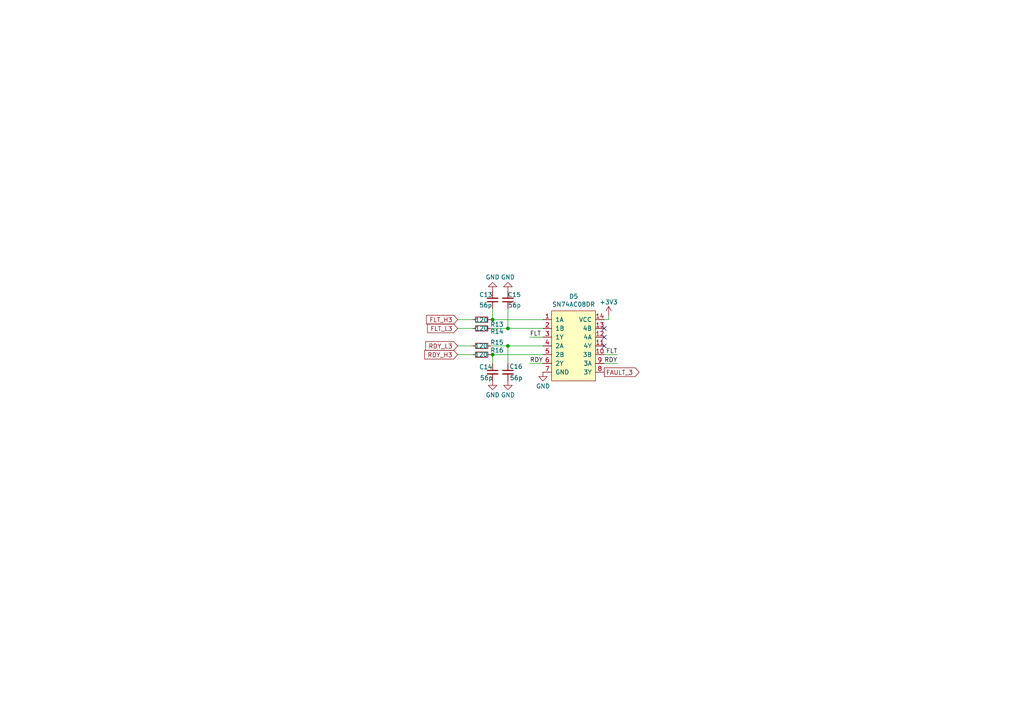
<source format=kicad_sch>
(kicad_sch (version 20211123) (generator eeschema)
  (paper "A4")
  (lib_symbols
    (symbol "Device:C_Small" (pin_numbers hide) (pin_names (offset 0.254) hide)
      (property "Reference" "C" (at 0.254 1.778 0))
      (property "Value" "C_Small" (at 0.254 -2.032 0))
      (symbol "C_Small_0_1"
        (polyline (pts (xy -1.524 -0.508) (xy 1.524 -0.508)) (stroke (width 0.3302)))
        (polyline (pts (xy -1.524 0.508) (xy 1.524 0.508)) (stroke (width 0.3048)))
      )
      (symbol "C_Small_1_1"
        (pin passive line (at 0 2.54 270) (length 2.032) (name "~") (number "1"))
        (pin passive line (at 0 -2.54 90) (length 2.032) (name "~") (number "2"))
      )
    )
    (symbol "Device:R_Small" (pin_numbers hide) (pin_names (offset 0.254) hide)
      (property "Reference" "R" (at 0.762 0.508 0))
      (property "Value" "R_Small" (at 0.762 -1.016 0))
      (symbol "R_Small_0_1"
        (rectangle (start -0.762 1.778) (end 0.762 -1.778) (stroke (width 0.2032)))
      )
      (symbol "R_Small_1_1"
        (pin passive line (at 0 2.54 270) (length 0.762) (name "~") (number "1"))
        (pin passive line (at 0 -2.54 90) (length 0.762) (name "~") (number "2"))
      )
    )
    (symbol "Logic:SN74AC08DR" (pin_names (offset 1.016))
      (property "Reference" "D" (at 0 0 0))
      (property "Value" "Logic_SN74AC08DR" (at 0 -2.54 0))
      (symbol "SN74AC08DR_0_1"
        (rectangle (start -6.35 -3.81) (end 6.35 -24.13) (fill (type background)))
      )
      (symbol "SN74AC08DR_1_1"
        (pin input line (at -8.89 -6.35 0) (length 2.54) (name "1A") (number "1"))
        (pin input line (at 8.89 -16.51 180) (length 2.54) (name "3B") (number "10"))
        (pin output line (at 8.89 -13.97 180) (length 2.54) (name "4Y") (number "11"))
        (pin input line (at 8.89 -11.43 180) (length 2.54) (name "4A") (number "12"))
        (pin input line (at 8.89 -8.89 180) (length 2.54) (name "4B") (number "13"))
        (pin input line (at 8.89 -6.35 180) (length 2.54) (name "VCC") (number "14"))
        (pin input line (at -8.89 -8.89 0) (length 2.54) (name "1B") (number "2"))
        (pin output line (at -8.89 -11.43 0) (length 2.54) (name "1Y") (number "3"))
        (pin input line (at -8.89 -13.97 0) (length 2.54) (name "2A") (number "4"))
        (pin input line (at -8.89 -16.51 0) (length 2.54) (name "2B") (number "5"))
        (pin output line (at -8.89 -19.05 0) (length 2.54) (name "2Y") (number "6"))
        (pin input line (at -8.89 -21.59 0) (length 2.54) (name "GND") (number "7"))
        (pin output line (at 8.89 -21.59 180) (length 2.54) (name "3Y") (number "8"))
        (pin input line (at 8.89 -19.05 180) (length 2.54) (name "3A") (number "9"))
      )
    )
    (symbol "power:+3.3V" (power) (pin_names (offset 0))
      (property "Value" "+3.3V" (at 0 3.556 0))
      (symbol "+3.3V_0_1"
        (polyline (pts (xy -0.762 1.27) (xy 0 2.54)))
        (polyline (pts (xy 0 0) (xy 0 2.54)))
        (polyline (pts (xy 0 2.54) (xy 0.762 1.27)))
      )
      (symbol "+3.3V_1_1"
        (pin power_in line (at 0 0 90) (length 0) hide (name "+3V3") (number "1"))
      )
    )
    (symbol "power:GND" (power) (pin_names (offset 0))
      (property "Value" "GND" (at 0 -3.81 0))
      (symbol "GND_0_1"
        (polyline (pts (xy 0 0) (xy 0 -1.27) (xy 1.27 -1.27) (xy 0 -2.54) (xy -1.27 -1.27) (xy 0 -1.27)))
      )
      (symbol "GND_1_1"
        (pin power_in line (at 0 0 270) (length 0) hide (name "GND") (number "1"))
      )
    )
  )
  (junction (at 142.875 92.71))
  (junction (at 147.32 95.25))
  (junction (at 142.875 102.87))
  (junction (at 147.32 100.33))
  (no_connect (at 175.26 97.79))
  (no_connect (at 175.26 95.25))
  (no_connect (at 175.26 100.33))
  (wire (pts (xy 147.32 89.535) (xy 147.32 95.25)))
  (wire (pts (xy 132.715 92.71) (xy 137.16 92.71)))
  (wire (pts (xy 175.26 105.41) (xy 179.07 105.41)))
  (wire (pts (xy 142.875 102.87) (xy 142.875 105.41)))
  (wire (pts (xy 132.715 95.25) (xy 137.16 95.25)))
  (wire (pts (xy 175.26 92.71) (xy 176.53 92.71)))
  (wire (pts (xy 142.875 89.535) (xy 142.875 92.71)))
  (wire (pts (xy 175.26 102.87) (xy 179.07 102.87)))
  (wire (pts (xy 153.67 105.41) (xy 157.48 105.41)))
  (wire (pts (xy 153.67 97.79) (xy 157.48 97.79)))
  (wire (pts (xy 132.715 100.33) (xy 137.16 100.33)))
  (wire (pts (xy 142.24 102.87) (xy 142.875 102.87)))
  (wire (pts (xy 147.32 100.33) (xy 157.48 100.33)))
  (wire (pts (xy 132.715 102.87) (xy 137.16 102.87)))
  (wire (pts (xy 142.24 95.25) (xy 147.32 95.25)))
  (wire (pts (xy 176.53 92.71) (xy 176.53 91.44)))
  (wire (pts (xy 142.875 92.71) (xy 157.48 92.71)))
  (wire (pts (xy 147.32 100.33) (xy 147.32 105.41)))
  (wire (pts (xy 142.24 100.33) (xy 147.32 100.33)))
  (wire (pts (xy 147.32 95.25) (xy 157.48 95.25)))
  (wire (pts (xy 142.875 102.87) (xy 157.48 102.87)))
  (wire (pts (xy 142.24 92.71) (xy 142.875 92.71)))
  (label "FLT" (at 153.67 97.79 0))
  (label "FLT" (at 179.07 102.87 180))
  (label "RDY" (at 179.07 105.41 180))
  (label "RDY" (at 153.67 105.41 0))
  (global_label "FLT_H3" (shape input) (at 132.715 92.71 180) (property "Intersheet References" "${INTERSHEET_REFS}" (effects hide)))
  (global_label "FLT_L3" (shape input) (at 132.715 95.25 180) (property "Intersheet References" "${INTERSHEET_REFS}" (effects hide)))
  (global_label "RDY_L3" (shape input) (at 132.715 100.33 180) (property "Intersheet References" "${INTERSHEET_REFS}" (effects hide)))
  (global_label "RDY_H3" (shape input) (at 132.715 102.87 180) (property "Intersheet References" "${INTERSHEET_REFS}" (effects hide)))
  (global_label "FAULT_3" (shape output) (at 175.26 107.95 0) (property "Intersheet References" "${INTERSHEET_REFS}" (effects hide)))
  (symbol (lib_id "power:GND") (at 147.32 84.455 180) (unit 1)
    (property "Reference" "#PWR032" (effects hide))
    (property "Value" "GND" (at 149.352 80.391 0) (effects (justify left)))
  )
  (symbol (lib_id "Device:R_Small") (at 139.7 95.25 270) (unit 1)
    (property "Reference" "R14" (at 144.145 96.139 90))
    (property "Value" "120" (at 139.7 95.25 90))
    (property "Footprint" "Resistor_SMD:R_0805_2012Metric_Pad1.20x1.40mm_HandSolder" (effects hide))
  )
  (symbol (lib_id "Device:R_Small") (at 139.7 100.33 270) (unit 1)
    (property "Reference" "R15" (at 144.145 99.314 90))
    (property "Value" "120" (at 139.573 100.33 90))
    (property "Footprint" "Resistor_SMD:R_0805_2012Metric_Pad1.20x1.40mm_HandSolder" (effects hide))
  )
  (symbol (lib_id "Device:R_Small") (at 139.7 92.71 270) (unit 1)
    (property "Reference" "R13" (at 144.145 94.107 90))
    (property "Value" "120" (at 139.7 92.837 90))
    (property "Footprint" "Resistor_SMD:R_0805_2012Metric_Pad1.20x1.40mm_HandSolder" (effects hide))
  )
  (symbol (lib_id "Device:C_Small") (at 142.875 86.995 180) (unit 1)
    (property "Reference" "C13" (at 142.875 85.471 0) (effects (justify left)))
    (property "Value" "56p" (at 142.748 88.519 0) (effects (justify left)))
    (property "Footprint" "Capacitor_SMD:C_0805_2012Metric_Pad1.18x1.45mm_HandSolder" (effects hide))
  )
  (symbol (lib_id "power:GND") (at 157.48 107.95 0) (unit 1)
    (property "Reference" "#PWR034" (effects hide))
    (property "Value" "GND" (at 155.448 112.014 0) (effects (justify left)))
  )
  (symbol (lib_id "Device:R_Small") (at 139.7 102.87 270) (unit 1)
    (property "Reference" "R16" (at 144.145 101.6 90))
    (property "Value" "120" (at 139.573 102.87 90))
    (property "Footprint" "Resistor_SMD:R_0805_2012Metric_Pad1.20x1.40mm_HandSolder" (effects hide))
  )
  (symbol (lib_id "Device:C_Small") (at 147.32 107.95 0) (unit 1)
    (property "Reference" "C16" (at 147.701 106.299 0) (effects (justify left)))
    (property "Value" "56p" (at 147.828 109.601 0) (effects (justify left)))
    (property "Footprint" "Capacitor_SMD:C_0805_2012Metric_Pad1.18x1.45mm_HandSolder" (effects hide))
  )
  (symbol (lib_id "Logic:SN74AC08DR") (at 166.37 86.36 0) (unit 1)
    (property "Reference" "D5" (at 166.37 85.979 0))
    (property "Value" "SN74AC08DR" (at 166.37 88.2904 0))
    (property "Footprint" "Package_SO:SOIC-14_3.9x8.7mm_P1.27mm" (effects hide))
  )
  (symbol (lib_id "Device:C_Small") (at 142.875 107.95 0) (unit 1)
    (property "Reference" "C14" (at 138.938 106.426 0) (effects (justify left)))
    (property "Value" "56p" (at 139.192 109.601 0) (effects (justify left)))
    (property "Footprint" "Capacitor_SMD:C_0805_2012Metric_Pad1.18x1.45mm_HandSolder" (effects hide))
  )
  (symbol (lib_id "Device:C_Small") (at 147.32 86.995 180) (unit 1)
    (property "Reference" "C15" (at 151.13 85.471 0) (effects (justify left)))
    (property "Value" "56p" (at 151.13 88.519 0) (effects (justify left)))
    (property "Footprint" "Capacitor_SMD:C_0805_2012Metric_Pad1.18x1.45mm_HandSolder" (effects hide))
  )
  (symbol (lib_id "power:+3.3V") (at 176.53 91.44 0) (unit 1)
    (property "Reference" "#PWR035" (effects hide))
    (property "Value" "+3.3V" (at 176.53 87.63 0))
  )
  (symbol (lib_id "power:GND") (at 147.32 110.49 0) (unit 1)
    (property "Reference" "#PWR033" (effects hide))
    (property "Value" "GND" (at 145.288 114.554 0) (effects (justify left)))
  )
  (symbol (lib_id "power:GND") (at 142.875 84.455 180) (unit 1)
    (property "Reference" "#PWR030" (effects hide))
    (property "Value" "GND" (at 144.907 80.391 0) (effects (justify left)))
  )
  (symbol (lib_id "power:GND") (at 142.875 110.49 0) (unit 1)
    (property "Reference" "#PWR031" (effects hide))
    (property "Value" "GND" (at 140.843 114.554 0) (effects (justify left)))
  )
)
</source>
